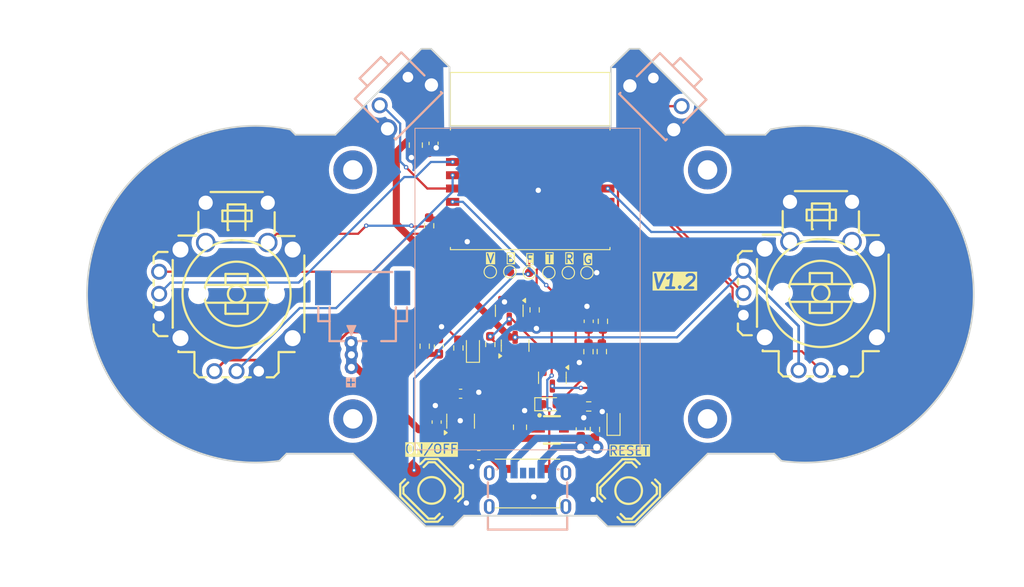
<source format=kicad_pcb>
(kicad_pcb (version 20240108) (generator "pcbnew") (generator_version "8.0")
  (layers (0 "F.Cu" signal) (31 "B.Cu" signal) (34 "B.Paste" user) (35 "F.Paste" user) (36 "B.SilkS" user "B.Silkscreen") (37 "F.SilkS" user "F.Silkscreen") (38 "B.Mask" user) (39 "F.Mask" user) (44 "Edge.Cuts" user))
  (net 0 "")
  (net 1 "/EN")
  (net 2 "GND")
  (net 3 "+3V3")
  (net 4 "Net-(U1-VCC)")
  (net 5 "+BATT")
  (net 6 "Net-(C6-Pad1)")
  (net 7 "VCC")
  (net 8 "Net-(Q1-G)")
  (net 9 "Net-(D1-K)")
  (net 10 "Net-(D1-A)")
  (net 11 "Net-(D2-K)")
  (net 15 "Net-(U1-PROG)")
  (net 16 "/TXD")
  (net 17 "/RXD")
  (net 18 "/IO9")
  (net 19 "/RGB")
  (net 20 "/POWER_EN")
  (net 21 "/L_U_SW")
  (net 22 "/R_U_SW")
  (net 23 "/ADC1_CH4")
  (net 24 "/ADC2_CH0")
  (net 25 "/ADC1_CH3")
  (net 26 "/ADC1_CH1")
  (net 27 "/ADC1_CH2")
  (net 28 "Net-(U4-IO8)")
  (net 29 "Net-(D4-C)")
  (net 30 "/KEY")
  (net 31 "/R_BUTTON")
  (net 32 "Net-(D5-K)")
  (footprint "LED_SMD:LED_WS2812B_PLCC4_5.0x5.0mm_P3.2mm" (layer "F.Cu") (at 123 102.3)
    (property "Reference" "D3" (hide yes))
    (property "Value" "WS2812B")
  )
  (footprint "Capacitor_SMD:C_0603_1608Metric_Pad1.08x0.95mm_HandSolder" (layer "F.Cu") (at 129 96.15 90)
    (property "Reference" "C4" (hide yes))
    (property "Value" "1u" (hide yes))
  )
  (footprint "Package_TO_SOT_SMD:SOT-23-5" (layer "F.Cu") (at 115.45 95.2625 90)
    (property "Reference" "U3" (hide yes))
    (property "Value" "XC6220B331MR")
  )
  (footprint "MountingHole:MountingHole_2.2mm_M2_Pad" (layer "F.Cu") (at 103.3 95)
    (property "Reference" "H1" (hide yes))
    (property "Value" "MountingHole" (hide yes))
  )
  (footprint "Package_TO_SOT_SMD:SOT-23" (layer "F.Cu") (at 120.9375 82.8 -90)
    (property "Reference" "Q2" (hide yes))
    (property "Value" "AllPower__AP2300")
  )
  (footprint "Capacitor_SMD:C_0603_1608Metric_Pad1.08x0.95mm_HandSolder" (layer "F.Cu") (at 112.75 95.3625 90)
    (property "Reference" "C7" (hide yes))
    (property "Value" "1u")
  )
  (footprint "espController:SW-TH_RKJXV1224005" (layer "F.Cu") (at 88.978 80.111 180)
    (property "Reference" "SW2" (hide yes))
    (property "Value" "RKJXV1224005")
  )
  (footprint "Resistor_SMD:R_0603_1608Metric_Pad0.98x0.95mm_HandSolder" (layer "F.Cu") (at 111.4 86.8 90)
    (property "Reference" "R1" (hide yes))
    (property "Value" "10k")
  )
  (footprint "Resistor_SMD:R_0603_1608Metric_Pad0.98x0.95mm_HandSolder" (layer "F.Cu") (at 115.2 87 90)
    (property "Reference" "R10" (hide yes))
    (property "Value" "5k")
  )
  (footprint "Resistor_SMD:R_0603_1608Metric_Pad0.98x0.95mm_HandSolder" (layer "F.Cu") (at 130.6 96.2 90)
    (property "Reference" "R3" (hide yes))
    (property "Value" "1k" (hide yes))
  )
  (footprint "Resistor_SMD:R_0603_1608Metric_Pad0.98x0.95mm_HandSolder" (layer "F.Cu") (at 129.87 87.4175 90)
    (property "Reference" "R6" (hide yes))
    (property "Value" "3m")
  )
  (footprint "Resistor_SMD:R_0603_1608Metric_Pad0.98x0.95mm_HandSolder" (layer "F.Cu") (at 118.8 86.6 90)
    (property "Reference" "R8" (hide yes))
    (property "Value" "33k")
  )
  (footprint "LED_SMD:LED_0603_1608Metric_Pad1.05x0.95mm_HandSolder" (layer "F.Cu") (at 132.7 95.2 90)
    (property "Reference" "D2" (hide yes))
    (property "Value" "BLUE" (hide yes))
  )
  (footprint "TestPoint:TestPoint_Pad_D1.0mm" (layer "F.Cu") (at 123.2 78.5 -90)
    (property "Reference" "TP4" (hide yes))
    (property "Value" "TestPoint")
  )
  (footprint "Capacitor_SMD:C_0805_2012Metric_Pad1.18x1.45mm_HandSolder" (layer "F.Cu") (at 110.4 64.1 -90)
    (property "Reference" "C2" (hide yes))
    (property "Value" "10u")
  )
  (footprint "Capacitor_SMD:C_0603_1608Metric_Pad1.08x0.95mm_HandSolder" (layer "F.Cu") (at 129.9 83.9875 90)
    (property "Reference" "C6" (hide yes))
    (property "Value" "100n")
  )
  (footprint "Capacitor_SMD:C_0603_1608Metric_Pad1.08x0.95mm_HandSolder" (layer "F.Cu") (at 113 86.8 90)
    (property "Reference" "C1" (hide yes))
    (property "Value" "100n")
  )
  (footprint "MountingHole:MountingHole_2.2mm_M2_Pad" (layer "F.Cu") (at 143.3 95)
    (property "Reference" "H3" (hide yes))
    (property "Value" "MountingHole" (hide yes))
  )
  (footprint "TestPoint:TestPoint_Pad_D1.0mm" (layer "F.Cu") (at 118.8 78.4 -90)
    (property "Reference" "TP1" (hide yes))
    (property "Value" "TestPoint")
  )
  (footprint "LED_SMD:LED_0603_1608Metric_Pad1.05x0.95mm_HandSolder" (layer "F.Cu") (at 116.84 86.9575 90)
    (property "Reference" "D5" (hide yes))
    (property "Value" "GREEN")
  )
  (footprint "MountingHole:MountingHole_2.2mm_M2_Pad" (layer "F.Cu") (at 103.3 66.9)
    (property "Reference" "H4" (hide yes))
    (property "Value" "MountingHole" (hide yes))
  )
  (footprint "Resistor_SMD:R_0603_1608Metric_Pad0.98x0.95mm_HandSolder" (layer "F.Cu") (at 129.9 93.6 180)
    (property "Reference" "R4" (hide yes))
    (property "Value" "1.5k" (hide yes))
  )
  (footprint "espController:SW-SMD_L6.0-W6.0-P6.00-LS6.6" (layer "F.Cu") (at 134.4 103.1 45)
    (property "Reference" "SW5" (hide yes))
    (property "Value" "TS-1199A-B-B")
  )
  (footprint "Package_TO_SOT_SMD:SOT-23" (layer "F.Cu") (at 125.8 90.3625 -90)
    (property "Reference" "D4" (hide yes))
    (property "Value" "BAT54C")
  )
  (footprint "Resistor_SMD:R_0603_1608Metric_Pad0.98x0.95mm_HandSolder" (layer "F.Cu") (at 131.5 83.9875 -90)
    (property "Reference" "R7" (hide yes))
    (property "Value" "1k")
  )
  (footprint "LED_SMD:LED_0603_1608Metric_Pad1.05x0.95mm_HandSolder" (layer "F.Cu") (at 125.475 93.35)
    (property "Reference" "D1" (hide yes))
    (property "Value" "RED" (hide yes))
  )
  (footprint "Package_TO_SOT_SMD:SOT-23" (layer "F.Cu") (at 121.6 86.7375 90)
    (property "Reference" "Q1" (hide yes))
    (property "Value" "AO3401")
  )
  (footprint "espController:ESP32-C3-WROOM-02" (layer "F.Cu") (at 123.3 68.9)
    (property "Reference" "U4" (hide yes))
    (property "Value" "ESP32-C3-WROOM-02-N4")
  )
  (footprint "Capacitor_SMD:C_0603_1608Metric_Pad1.08x0.95mm_HandSolder" (layer "F.Cu") (at 117.5 99.1)
    (property "Reference" "C11" (hide yes))
    (property "Value" "100n")
  )
  (footprint "Resistor_SMD:R_0603_1608Metric_Pad0.98x0.95mm_HandSolder" (layer "F.Cu") (at 131.38 87.409522 -90)
    (property "Reference" "R5" (hide yes))
    (property "Value" "7.5m")
  )
  (footprint "Capacitor_SMD:C_0805_2012Metric_Pad1.18x1.45mm_HandSolder" (layer "F.Cu") (at 122.15 95.95 90)
    (property "Reference" "C5" (hide yes))
    (property "Value" "10u" (hide yes))
  )
  (footprint "espController:SW-TH_RKJXV1224005" (layer "F.Cu") (at 154.878 80.011 180)
    (property "Reference" "SW3" (hide yes))
    (property "Value" "RKJXV1224005")
  )
  (footprint "Resistor_SMD:R_0603_1608Metric_Pad0.98x0.95mm_HandSolder" (layer "F.Cu") (at 111.9 73.2 -90)
    (property "Reference" "R2" (hide yes))
    (property "Value" "10k")
  )
  (footprint "TestPoint:TestPoint_Pad_D1.0mm" (layer "F.Cu") (at 121 78.4 -90)
    (property "Reference" "TP5" (hide yes))
    (property "Value" "TestPoint")
  )
  (footprint "espController:SOT-23-6_L2.9-W1.6-P0.95-LS2.8-BR" (layer "F.Cu") (at 125.75 96.25 180)
    (property "Reference" "U1" (hide yes))
    (property "Value" "TP4059" (hide yes))
  )
  (footprint "Resistor_SMD:R_0603_1608Metric_Pad0.98x0.95mm_HandSolder" (layer "F.Cu") (at 123.8 82.7 90)
    (property "Reference" "R9" (hide yes))
    (property "Value" "33k")
  )
  (footprint "MountingHole:MountingHole_2.2mm_M2_Pad" (layer "F.Cu") (at 143.3 66.9)
    (property "Reference" "H2" (hide yes))
    (property "Value" "MountingHole" (hide yes))
  )
  (footprint "Capacitor_SMD:C_0603_1608Metric_Pad1.08x0.95mm_HandSolder" (layer "F.Cu") (at 115.45 92.1625)
    (property "Reference" "C9" (hide yes))
    (property "Value" "1u")
  )
  (footprint "TestPoint:TestPoint_Pad_D1.0mm" (layer "F.Cu") (at 125.4 78.5 -90)
    (property "Reference" "TP2" (hide yes))
    (property "Value" "TestPoint")
  )
  (footprint "TestPoint:TestPoint_Pad_D1.0mm" (layer "F.Cu") (at 127.6 78.5 -90)
    (property "Reference" "TP3" (hide yes))
    (property "Value" "TestPoint")
  )
  (footprint "TestPoint:TestPoint_Pad_D1.0mm" (layer "F.Cu") (at 129.7 78.5 -90)
    (property "Reference" "TP6" (hide yes))
    (property "Value" "TestPoint")
  )
  (footprint "espController:SW-SMD_L6.0-W6.0-P6.00-LS6.6" (layer "F.Cu") (at 112.17868 103.07868 135)
    (property "Reference" "SW8" (hide yes))
    (property "Value" "TS-1199A-B-B")
  )
  (footprint "Capacitor_SMD:C_0603_1608Metric_Pad1.08x0.95mm_HandSolder" (layer "F.Cu") (at 112.4 63.9 -90)
    (property "Reference" "C3" (hide yes))
    (property "Value" "100n")
  )
  (footprint "espController:SW-TH_TC-1102N-C-AS-B" (layer "B.Cu") (at 108.8 58.9 45)
    (property "Reference" "SW4" (hide yes))
    (property "Value" "TC-1102N-C-AS-B")
  )
  (footprint "bat_rf:USB-C-SMD_HX-TYPE-C-6PIN" (layer "B.Cu") (at 123 103 180)
    (property "Reference" "J1" (hide yes))
    (property "Value" "USB_C_Receptacle_PowerOnly_6P" (hide yes))
  )
  (footprint "espController:SW-TH_TC-1102N-C-AS-B" (layer "B.Cu") (at 137.9 59 -45)
    (property "Reference" "SW6" (hide yes))
    (property "Value" "TC-1102N-C-AS-B")
  )
  (footprint "espController:CONN-SMD_2P-P2.54-XH2.54-WT" (layer "B.Cu") (at 104.4 84)
    (property "Reference" "J2" (hide yes))
    (property "Value" "Bat")
  )
  (gr_rect (start 110.3 62.2) (end 135.7 98.5) (stroke (width 0.1)) (fill none) (layer "B.SilkS"))
  (gr_line (start 135.619887 53.230006) (end 134.519912 53.230006) (stroke (width 0.2)) (layer "Edge.Cuts"))
  (gr_line (start 114.2 62) (end 114.2 55.3) (stroke (width 0.2)) (layer "Edge.Cuts"))
  (gr_line (start 134.519912 53.230006) (end 132.4 55.3) (stroke (width 0.2)) (layer "Edge.Cuts"))
  (gr_line (start 150.414172 62.335823) (end 149.819963 62.930006) (stroke (width 0.2)) (layer "Edge.Cuts"))
  (gr_line (start 112.119861 53.230006) (end 111.019912 53.230006) (stroke (width 0.2)) (layer "Edge.Cuts"))
  (gr_line (start 145.319887 62.930006) (end 135.619887 53.230006) (stroke (width 0.2)) (layer "Edge.Cuts"))
  (gr_line (start 95.011446 99.738421) (end 95.011505 99.738413) (stroke (width 0.2)) (layer "Edge.Cuts"))
  (gr_line (start 114.619938 107.130082) (end 115.819861 105.930006) (stroke (width 0.2)) (layer "Edge.Cuts"))
  (gr_line (start 130.819912 105.930006) (end 132.019963 107.130082) (stroke (width 0.2)) (layer "Edge.Cuts"))
  (gr_arc (start 95.011448 99.738419) (mid 73.32999 80.313514) (end 96.225677 62.335748) (stroke (width 0.2)) (layer "Edge.Cuts"))
  (gr_line (start 150.414222 62.335747) (end 150.414172 62.335823) (stroke (width 0.2)) (layer "Edge.Cuts"))
  (gr_line (start 143.320014 98.930006) (end 150.819963 98.930006) (stroke (width 0.2)) (layer "Edge.Cuts"))
  (gr_line (start 114.2 55.3) (end 112.119861 53.230006) (stroke (width 0.2)) (layer "Edge.Cuts"))
  (gr_line (start 115.819861 105.930006) (end 123.319963 105.930006) (stroke (width 0.2)) (layer "Edge.Cuts"))
  (gr_line (start 132.019963 107.130082) (end 135.119938 107.130082) (stroke (width 0.2)) (layer "Edge.Cuts"))
  (gr_line (start 95.011429 99.738439) (end 95.011446 99.738421) (stroke (width 0.2)) (layer "Edge.Cuts"))
  (gr_line (start 123.319963 105.930006) (end 130.819912 105.930006) (stroke (width 0.2)) (layer "Edge.Cuts"))
  (gr_line (start 149.819963 62.930006) (end 145.319887 62.930006) (stroke (width 0.2)) (layer "Edge.Cuts"))
  (gr_line (start 111.519836 107.130082) (end 114.619938 107.130082) (stroke (width 0.2)) (layer "Edge.Cuts"))
  (gr_line (start 95.819811 98.930006) (end 103.319887 98.930006) (stroke (width 0.2)) (layer "Edge.Cuts"))
  (gr_line (start 150.819963 98.930006) (end 151.628336 99.738405) (stroke (width 0.2)) (layer "Edge.Cuts"))
  (gr_line (start 96.819811 62.930006) (end 96.225627 62.335823) (stroke (width 0.2)) (layer "Edge.Cuts"))
  (gr_arc (start 150.414222 62.335747) (mid 173.310074 80.313567) (end 151.628336 99.738405) (stroke (width 0.2)) (layer "Edge.Cuts"))
  (gr_line (start 103.319887 98.930006) (end 111.519836 107.130082) (stroke (width 0.2)) (layer "Edge.Cuts"))
  (gr_line (start 135.119938 107.130082) (end 143.320014 98.930006) (stroke (width 0.2)) (layer "Edge.Cuts"))
  (gr_line (start 96.225627 62.335823) (end 96.225677 62.335748) (stroke (width 0.2)) (layer "Edge.Cuts"))
  (gr_line (start 132.4 62) (end 114.2 62) (stroke (width 0.2)) (layer "Edge.Cuts"))
  (gr_line (start 95.011505 99.738413) (end 95.011429 99.738439) (stroke (width 0.2)) (layer "Edge.Cuts"))
  (gr_line (start 111.019912 53.230006) (end 101.319887 62.930006) (stroke (width 0.2)) (layer "Edge.Cuts"))
  (gr_line (start 101.319887 62.930006) (end 96.819811 62.930006) (stroke (width 0.2)) (layer "Edge.Cuts"))
  (gr_line (start 95.011448 99.738419) (end 95.819811 98.930006) (stroke (width 0.2)) (layer "Edge.Cuts"))
  (gr_line (start 132.4 55.3) (end 132.4 62) (stroke (width 0.2)) (layer "Edge.Cuts"))
  (gr_text "+" (at 103.8 91.4 -0) (layer "B.SilkS" knockout) (effects (font (size 1 1)) (justify left bottom mirror)))
  (gr_text "V1.2" (at 136.9 80.4 0) (layer "F.SilkS" knockout) (effects (font (size 1.5 1.5) (thickness 0.3) (bold yes) (italic yes)) (justify left bottom)))
  (gr_text "V" (at 118.3 77.5 0) (layer "F.SilkS" knockout) (effects (font (size 1 1)) (justify left bottom)))
  (gr_text "ON/OFF" (at 109.1 99 0) (layer "F.SilkS" knockout) (effects (font (size 1 1)) (justify left bottom)))
  (gr_text "T" (at 125 77.5 0) (layer "F.SilkS" knockout) (effects (font (size 1 1)) (justify left bottom)))
  (gr_text "E" (at 122.7 77.6 0) (layer "F.SilkS" knockout) (effects (font (size 1 1)) (justify left bottom)))
  (gr_text "B" (at 120.5 77.5 0) (layer "F.SilkS" knockout) (effects (font (size 1 1)) (justify left bottom)))
  (gr_text "RESET" (at 132.1 99.2 0) (layer "F.SilkS" knockout) (effects (font (size 1 1)) (justify left bottom)))
  (gr_text "R" (at 127.1 77.5 0) (layer "F.SilkS" knockout) (effects (font (size 1 1)) (justify left bottom)))
  (gr_text "G" (at 129.2 77.6 0) (layer "F.SilkS" knockout) (effects (font (size 1 1)) (justify left bottom)))
  (segment (start 112.95 87.7125) (end 113 87.6625) (width 0.6) (layer "F.Cu") (net 1))
  (segment (start 114.9 64.5) (end 114.55 64.5) (width 0.25) (layer "F.Cu") (net 1))
  (segment (start 110.05736 100.95736) (end 110.05736 100.94264) (width 0.25) (layer "F.Cu") (net 1))
  (segment (start 123.2 72.8) (end 114.9 64.5) (width 0.25) (layer "F.Cu") (net 1))
  (segment (start 111.4 87.7125) (end 112.95 87.7125) (width 0.6) (layer "F.Cu") (net 1))
  (segment (start 123.2 78.5) (end 123.2 72.8) (width 0.25) (layer "F.Cu") (net 1))
  (segment (start 110.05736 100.94264) (end 110.2 100.8) (width 0.25) (layer "F.Cu") (net 1))
  (via blind (at 110.2 100.8) (size 0.5) (drill 0.25) (layers "F.Cu" "B.Cu") (net 1))
  (via blind (at 123.043413 78.656587) (size 0.5) (drill 0.25) (layers "F.Cu" "B.Cu") (net 1))
  (via blind (at 113 87.6625) (size 0.5) (drill 0.25) (layers "F.Cu" "B.Cu") (net 1))
  (segment (start 113 87.6625) (end 113 87.3) (width 0.25) (layer "B.Cu") (net 1))
  (segment (start 121.643413 78.656587) (end 123.043413 78.656587) (width 0.25) (layer "B.Cu") (net 1))
  (segment (start 113 87.3) (end 121.643413 78.656587) (width 0.25) (layer "B.Cu") (net 1))
  (segment (start 110.2 90.4625) (end 113 87.6625) (width 0.25) (layer "B.Cu") (net 1))
  (segment (start 110.2 100.8) (end 110.2 90.4625) (width 0.25) (layer "B.Cu") (net 1))
  (segment (start 115.45 96.4) (end 115.45 95.247786) (width 0.6) (layer "F.Cu") (net 2))
  (segment (start 112.4 64.7625) (end 110.775 64.7625) (width 0.6) (layer "F.Cu") (net 2))
  (segment (start 114.55 75) (end 116.2 75) (width 0.6) (layer "F.Cu") (net 2))
  (segment (start 125.36 68.1) (end 125.31 68.1) (width 0.6) (layer "F.Cu") (net 2))
  (segment (start 122.15 94.588048) (end 122.15 94.9125) (width 0.6) (layer "F.Cu") (net 2))
  (segment (start 125.36 68.1) (end 124.26 68.1) (width 0.6) (layer "F.Cu") (net 2))
  (segment (start 129.153148 88.33) (end 129.87 88.33) (width 0.6) (layer "F.Cu") (net 2))
  (segment (start 110.775 64.7625) (end 110.4 65.1375) (width 0.6) (layer "F.Cu") (net 2))
  (segment (start 112.75 94.5) (end 112.75 93.65) (width 0.6) (layer "F.Cu") (net 2))
  (segment (start 120.3375 81.8625) (end 120.4 81.8) (width 0.6) (layer "F.Cu") (net 2))
  (segment (start 114.3 105.2) (end 115.4 105.2) (width 0.6) (layer "F.Cu") (net 2))
  (segment (start 116.6375 100.3375) (end 116.7 100.4) (width 0.6) (layer "F.Cu") (net 2))
  (segment (start 130.8 78.5) (end 129.7 78.5) (width 0.6) (layer "F.Cu") (net 2))
  (segment (start 115.45 95.247786) (end 115.410677 95.208463) (width 0.6) (layer "F.Cu") (net 2))
  (segment (start 116.3125 92.1625) (end 117.3375 92.1625) (width 0.6) (layer "F.Cu") (net 2))
  (segment (start 113.7125 84.6) (end 113.3 84.6) (width 0.25) (layer "F.Cu") (net 2))
  (segment (start 125.36 70.3) (end 123.16 70.3) (width 0.6) (layer "F.Cu") (net 2))
  (segment (start 125.36 70.3) (end 125.36 68.1) (width 0.6) (layer "F.Cu") (net 2))
  (segment (start 113 85.9375) (end 113 84.9) (width 0.6) (layer "F.Cu") (net 2))
  (segment (start 112.4 65.0625) (end 111.075 65.0625) (width 0.6) (layer "F.Cu") (net 2))
  (segment (start 112.75 93.65) (end 112.6 93.5) (width 0.6) (layer "F.Cu") (net 2))
  (segment (start 123.85 103.95) (end 123.7 103.8) (width 0.6) (layer "F.Cu") (net 2))
  (segment (start 113 84.9) (end 113.3 84.6) (width 0.6) (layer "F.Cu") (net 2))
  (segment (start 115.2 86.0875) (end 113.7125 84.6) (width 0.25) (layer "F.Cu") (net 2))
  (segment (start 131.425001 94.182264) (end 131.394764 94.182264) (width 0.6) (layer "F.Cu") (net 2))
  (segment (start 123.8 83.6125) (end 123.8 84.6) (width 0.6) (layer "F.Cu") (net 2))
  (segment (start 122.669024 94.069024) (end 122.15 94.588048) (width 0.6) (layer "F.Cu") (net 2))
  (segment (start 116.6375 99.1) (end 116.6375 100.3375) (width 0.6) (layer "F.Cu") (net 2))
  (segment (start 112.4 64.7625) (end 112.4 64.7) (width 0.6) (layer "F.Cu") (net 2))
  (segment (start 129.337851 94.949649) (end 129 95.2875) (width 0.6) (layer "F.Cu") (net 2))
  (segment (start 123.5 96.25) (end 124.4 96.25) (width 0.6) (layer "F.Cu") (net 2))
  (segment (start 115.4 105.2) (end 116.1 104.5) (width 0.6) (layer "F.Cu") (net 2))
  (segment (start 124.26 68.1) (end 123.16 69.2) (width 0.6) (layer "F.Cu") (net 2))
  (segment (start 119.9875 81.8625) (end 120.3375 81.8625) (width 0.6) (layer "F.Cu") (net 2))
  (segment (start 122.669024 95.419024) (end 123.5 96.25) (width 0.6) (layer "F.Cu") (net 2))
  (segment (start 129.337851 94.87129) (end 129.337851 94.949649) (width 0.6) (layer "F.Cu") (net 2))
  (segment (start 125.45 103.95) (end 123.85 103.95) (width 0.6) (layer "F.Cu") (net 2))
  (segment (start 128.841574 88.641574) (end 129.153148 88.33) (width 0.6) (layer "F.Cu") (net 2))
  (segment (start 125.36 68.1) (end 123.16 68.1) (width 0.6) (layer "F.Cu") (net 2))
  (segment (start 125.31 68.1) (end 124.21 69.2) (width 0.6) (layer "F.Cu") (net 2))
  (segment (start 117.3375 92.1625) (end 117.5 92) (width 0.6) (layer "F.Cu") (net 2))
  (segment (start 112.4 64.7) (end 112.7 64.4) (width 0.6) (layer "F.Cu") (net 2))
  (segment (start 122.669024 94.069024) (end 122.669024 95.419024) (width 0.6) (layer "F.Cu") (net 2))
  (segment (start 131.394764 94.182264) (end 130.8125 93.6) (width 0.6) (layer "F.Cu") (net 2))
  (segment (start 131.52132 105.22132) (end 130.4 104.1) (width 0.6) (layer "F.Cu") (net 2))
  (segment (start 132.27868 105.22132) (end 131.52132 105.22132) (width 0.6) (layer "F.Cu") (net 2))
  (segment (start 111.9625 65.1375) (end 112.7 64.4) (width 0.6) (layer "F.Cu") (net 2))
  (segment (start 129.7 82.3) (end 129.9 82.5) (width 0.6) (layer "F.Cu") (net 2))
  (segment (start 123.8 84.6) (end 124 84.8) (width 0.6) (layer "F.Cu") (net 2))
  (segment (start 110.4 65.1375) (end 111.9625 65.1375) (width 0.6) (layer "F.Cu") (net 2))
  (segment (start 129.9 82.5) (end 129.9 83.125) (width 0.6) (layer "F.Cu") (net 2))
  (via blind (at 112.7 64.4) (size 1.2) (drill 0.6) (layers "F.Cu" "B.Cu") (net 2))
  (via blind (at 122.669024 94.069024) (size 1.2) (drill 0.6) (layers "F.Cu" "B.Cu") (net 2))
  (via (at 116.2 75) (size 1.2) (drill 0.6) (layers "F.Cu" "B.Cu") (net 2))
  (via (at 117.5 92) (size 1.2) (drill 0.6) (layers "F.Cu" "B.Cu") (net 2))
  (via blind (at 109.9 65.5) (size 1.2) (drill 0.6) (layers "F.Cu" "B.Cu") (net 2))
  (via (at 115.410677 95.208463) (size 1.2) (drill 0.6) (layers "F.Cu" "B.Cu") (net 2))
  (via (at 130.4 104.1) (size 1.2) (drill 0.6) (layers "F.Cu" "B.Cu") (net 2))
  (via blind (at 128.841574 88.641574) (size 1.2) (drill 0.6) (layers "F.Cu" "B.Cu") (net 2))
  (via (at 124 84.8) (size 1.2) (drill 0.6) (layers "F.Cu" "B.Cu") (net 2))
  (via blind (at 129.7 82.3) (size 1.2) (drill 0.6) (layers "F.Cu" "B.Cu") (net 2))
  (via blind (at 131.425001 94.182264) (size 1.2) (drill 0.6) (layers "F.Cu" "B.Cu") (net 2))
  (via (at 116.1 104.5) (size 1.2) (drill 0.6) (layers "F.Cu" "B.Cu") (net 2))
  (via (at 123.7 103.8) (size 1.2) (drill 0.6) (layers "F.Cu" "B.Cu") (net 2))
  (via (at 116.7 100.4) (size 1.2) (drill 0.6) (layers "F.Cu" "B.Cu") (net 2))
  (via (at 113.3 84.6) (size 1.2) (drill 0.6) (layers "F.Cu" "B.Cu") (net 2))
  (via blind (at 124.21 69.2) (size 1.2) (drill 0.6) (layers "F.Cu" "B.Cu") (net 2))
  (via blind (at 120.4 81.8) (size 1.2) (drill 0.6) (layers "F.Cu" "B.Cu") (net 2))
  (via (at 112.6 93.5) (size 1.2) (drill 0.6) (layers "F.Cu" "B.Cu") (net 2))
  (via blind (at 130.8 78.5) (size 1.2) (drill 0.6) (layers "F.Cu" "B.Cu") (net 2))
  (via blind (at 129.337851 94.87129) (size 1.2) (drill 0.6) (layers "F.Cu" "B.Cu") (net 2))
  (segment (start 114.5875 92.1625) (end 114.5875 94.0375) (width 0.8) (layer "F.Cu") (net 3))
  (segment (start 122.0125 88.2125) (end 120.3675 89.8575) (width 0.8) (layer "F.Cu") (net 3))
  (segment (start 118.8 87.5125) (end 119.075 87.7875) (width 0.25) (layer "F.Cu") (net 3))
  (segment (start 114.5875 92.1125) (end 114.5875 92.1625) (width 0.8) (layer "F.Cu") (net 3))
  (segment (start 114.5875 94.0375) (end 114.5 94.125) (width 0.8) (layer "F.Cu") (net 3))
  (segment (start 120.3675 89.8575) (end 118.8 88.29) (width 0.8) (layer "F.Cu") (net 3))
  (segment (start 122.0125 88.2125) (end 122.55 87.675) (width 0.8) (layer "F.Cu") (net 3))
  (segment (start 116.8425 89.8575) (end 114.5875 92.1125) (width 0.8) (layer "F.Cu") (net 3))
  (segment (start 120.3675 89.8575) (end 116.8425 89.8575) (width 0.8) (layer "F.Cu") (net 3))
  (segment (start 118.8 88.29) (end 118.8 87.5125) (width 0.8) (layer "F.Cu") (net 3))
  (segment (start 129.8 97.4) (end 129 98.2) (width 0.8) (layer "F.Cu") (net 4))
  (segment (start 127.1 97.2) (end 130.3375 97.2) (width 0.8) (layer "F.Cu") (net 4))
  (segment (start 129.8 97.2) (end 129.8 97.4) (width 0.8) (layer "F.Cu") (net 4))
  (segment (start 130.3375 97.2) (end 130.475 97.0625) (width 0.8) (layer "F.Cu") (net 4))
  (segment (start 129.8 97.2) (end 127.1 97.2) (width 0.8) (layer "F.Cu") (net 4))
  (segment (start 130.8 98.2) (end 129.8 97.2) (width 0.8) (layer "F.Cu") (net 4))
  (via blind (at 130.8 98.2) (size 1.5) (drill 0.8) (layers "F.Cu" "B.Cu") (net 4))
  (via blind (at 129 98.2) (size 1.5) (drill 0.8) (layers "F.Cu" "B.Cu") (net 4))
  (segment (start 130.8 98.2) (end 129.797641 97.197641) (width 0.8) (layer "B.Cu") (net 4))
  (segment (start 121.48 99.72) (end 121.48 101.12) (width 0.8) (layer "B.Cu") (net 4))
  (segment (start 124.52 99.88) (end 124.52 101.12) (width 0.8) (layer "B.Cu") (net 4))
  (segment (start 124.002359 97.197641) (end 121.48 99.72) (width 0.8) (layer "B.Cu") (net 4))
  (segment (start 126.2 98.2) (end 124.52 99.88) (width 0.8) (layer "B.Cu") (net 4))
  (segment (start 129.797641 97.197641) (end 124.002359 97.197641) (width 0.8) (layer "B.Cu") (net 4))
  (segment (start 130.8 98.2) (end 126.2 98.2) (width 0.8) (layer "B.Cu") (net 4))
  (segment (start 131.38 88.322022) (end 127.352022 92.35) (width 0.25) (layer "F.Cu") (net 5))
  (segment (start 119.5 97.625) (end 121.5125 97.625) (width 0.8) (layer "F.Cu") (net 5))
  (segment (start 127.352022 92.35) (end 127.2 92.35) (width 0.25) (layer "F.Cu") (net 5))
  (segment (start 108.104507 93.595493) (end 110.204507 95.695493) (width 0.8) (layer "F.Cu") (net 5))
  (segment (start 103.1 86.4) (end 103.1 88.590986) (width 0.8) (layer "F.Cu") (net 5))
  (segment (start 114.5 97.177316) (end 114.5 96.4) (width 0.8) (layer "F.Cu") (net 5))
  (segment (start 119.4625 97.6625) (end 116.3 97.6625) (width 0.8) (layer "F.Cu") (net 5))
  (segment (start 121.091574 94.338326) (end 121.091574 95.808426) (width 0.25) (layer "F.Cu") (net 5))
  (segment (start 110.734014 96.225) (end 112.75 96.225) (width 0.8) (layer "F.Cu") (net 5))
  (segment (start 116.4 97.5625) (end 116.3 97.6625) (width 0.25) (layer "F.Cu") (net 5))
  (segment (start 122.15 96.866852) (end 122.15 96.9875) (width 0.25) (layer "F.Cu") (net 5))
  (segment (start 122.8799 92.55) (end 121.091574 94.338326) (width 0.25) (layer "F.Cu") (net 5))
  (segment (start 118.3625 97.7) (end 118.2875 97.625) (width 0.3) (layer "F.Cu") (net 5))
  (segment (start 114.985184 97.6625) (end 114.5 97.177316) (width 0.8) (layer "F.Cu") (net 5))
  (segment (start 127.2 92.35) (end 126.15 92.35) (width 0.25) (layer "F.Cu") (net 5))
  (segment (start 120.55 100.65) (end 119.9125 100.65) (width 0.3) (layer "F.Cu") (net 5))
  (segment (start 119.5 97.625) (end 119.4625 97.6625) (width 0.8) (layer "F.Cu") (net 5))
  (segment (start 126.15 92.35) (end 125.95 92.55) (width 0.25) (layer "F.Cu") (net 5))
  (segment (start 118.3625 99.1) (end 118.3625 97.7) (width 0.3) (layer "F.Cu") (net 5))
  (segment (start 125.963408 92.55) (end 122.8799 92.55) (width 0.25) (layer "F.Cu") (net 5))
  (segment (start 116.4 96.4) (end 116.4 97.5625) (width 0.25) (layer "F.Cu") (net 5))
  (segment (start 127.2 92.35) (end 126.163408 92.35) (width 0.25) (layer "F.Cu") (net 5))
  (segment (start 122.3625 97.2) (end 124.4 97.2) (width 0.8) (layer "F.Cu") (net 5))
  (segment (start 121.091574 95.808426) (end 122.15 96.866852) (width 0.25) (layer "F.Cu") (net 5))
  (segment (start 121.5125 97.625) (end 122.15 96.9875) (width 0.8) (layer "F.Cu") (net 5))
  (segment (start 103.1 88.590986) (end 108.104507 93.595493) (width 0.8) (layer "F.Cu") (net 5))
  (segment (start 114.325 96.225) (end 114.5 96.4) (width 0.8) (layer "F.Cu") (net 5))
  (segment (start 119.9125 100.65) (end 118.3625 99.1) (width 0.3) (layer "F.Cu") (net 5))
  (segment (start 122.15 96.9875) (end 122.3625 97.2) (width 0.8) (layer "F.Cu") (net 5))
  (segment (start 116.3 97.6625) (end 114.985184 97.6625) (width 0.8) (layer "F.Cu") (net 5))
  (segment (start 126.163408 92.35) (end 125.963408 92.55) (width 0.25) (layer "F.Cu") (net 5))
  (segment (start 118.2875 97.625) (end 119.5 97.625) (width 0.8) (layer "F.Cu") (net 5))
  (segment (start 110.204507 95.695493) (end 110.734014 96.225) (width 0.8) (layer "F.Cu") (net 5))
  (segment (start 112.75 96.225) (end 114.325 96.225) (width 0.8) (layer "F.Cu") (net 5))
  (via blind (at 103.1 86.4) (size 1.5) (drill 0.8) (layers "F.Cu" "B.Cu") (net 5))
  (via blind (at 103.13 89.2) (size 1.5) (drill 0.8) (layers "F.Cu" "B.Cu") (net 5))
  (via blind (at 103.13 87.775) (size 1.5) (drill 0.8) (layers "F.Cu" "B.Cu") (net 5))
  (segment (start 103.13 86.43) (end 103.1 86.4) (width 0.8) (layer "B.Cu") (net 5))
  (segment (start 103.13 87.775) (end 103.13 86.43) (width 0.8) (layer "B.Cu") (net 5))
  (segment (start 129.9 86.475) (end 129.87 86.505) (width 0.25) (layer "F.Cu") (net 6))
  (segment (start 129.87 86.505) (end 131.372022 86.505) (width 0.25) (layer "F.Cu") (net 6))
  (segment (start 129.9 84.85) (end 129.9 86.475) (width 0.25) (layer "F.Cu") (net 6))
  (segment (start 131.5 86.377022) (end 131.38 86.497022) (width 0.25) (layer "F.Cu") (net 6))
  (segment (start 131.5 84.9) (end 131.5 86.377022) (width 0.25) (layer "F.Cu") (net 6))
  (segment (start 129.95 84.9) (end 129.9 84.85) (width 0.25) (layer "F.Cu") (net 6))
  (segment (start 131.372022 86.505) (end 131.38 86.497022) (width 0.25) (layer "F.Cu") (net 6))
  (segment (start 131.5 84.9) (end 129.95 84.9) (width 0.25) (layer "F.Cu") (net 6))
  (segment (start 121.6 85.8) (end 121.5625 85.7625) (width 0.8) (layer "F.Cu") (net 7))
  (segment (start 99.572365 88.372) (end 102.744365 85.2) (width 0.3) (layer "F.Cu") (net 7))
  (segment (start 121.5625 85.7625) (end 120.9625 85.7625) (width 0.8) (layer "F.Cu") (net 7))
  (segment (start 110.1 63) (end 114.55 63) (width 0.6) (layer "F.Cu") (net 7))
  (segment (start 116.84 85.46) (end 118.75 83.55) (width 0.25) (layer "F.Cu") (net 7))
  (segment (start 88.931 88.372) (end 99.572365 88.372) (width 0.3) (layer "F.Cu") (net 7))
  (segment (start 111.4 85.191852) (end 115.591852 81) (width 0.25) (layer "F.Cu") (net 7))
  (segment (start 108.2 73) (end 108.2 64.9) (width 0.8) (layer "F.Cu") (net 7))
  (segment (start 114.55 63) (end 110.4625 63) (width 0.6) (layer "F.Cu") (net 7))
  (segment (start 111.4 85.8875) (end 111.4 85.191852) (width 0.25) (layer "F.Cu") (net 7))
  (segment (start 116.84 86.0825) (end 116.84 85.46) (width 0.25) (layer "F.Cu") (net 7))
  (segment (start 110.7125 85.2) (end 111.4 85.8875) (width 0.3) (layer "F.Cu") (net 7))
  (segment (start 81.451 78.392) (end 105.533 78.392) (width 0.25) (layer "F.Cu") (net 7))
  (segment (start 102.744365 85.2) (end 110.7125 85.2) (width 0.3) (layer "F.Cu") (net 7))
  (segment (start 118.75 83.55) (end 116.2 81) (width 0.8) (layer "F.Cu") (net 7))
  (segment (start 108.2 64.9) (end 109.15 63.95) (width 0.8) (layer "F.Cu") (net 7))
  (segment (start 116.2 81) (end 108.2 73) (width 0.8) (layer "F.Cu") (net 7))
  (segment (start 110.4625 63) (end 110.4 63.0625) (width 0.6) (layer "F.Cu") (net 7))
  (segment (start 109.15 63.95) (end 110.1 63) (width 0.6) (layer "F.Cu") (net 7))
  (segment (start 120.9625 85.7625) (end 118.75 83.55) (width 0.8) (layer "F.Cu") (net 7))
  (segment (start 111.4 85.8875) (end 111.4 85.156497) (width 0.3) (layer "F.Cu") (net 7))
  (segment (start 118.8 78.4) (end 116.2 81) (width 0.25) (layer "F.Cu") (net 7))
  (segment (start 87.681 89.622) (end 88.931 88.372) (width 0.3) (layer "F.Cu") (net 7))
  (segment (start 109.8125 74.1125) (end 111.9 74.1125) (width 0.25) (layer "F.Cu") (net 7))
  (segment (start 115.591852 81) (end 116.2 81) (width 0.25) (layer "F.Cu") (net 7))
  (segment (start 109.15 63.95) (end 109.4375 63.6625) (width 0.8) (layer "F.Cu") (net 7))
  (segment (start 105.533 78.392) (end 109.8125 74.1125) (width 0.25) (layer "F.Cu") (net 7))
  (via (at 121.6 85.8) (size 0.6) (drill 0.3) (layers "F.Cu" "B.Cu") (net 7))
  (segment (start 121.6 85.8) (end 139.843 85.8) (width 0.25) (layer "B.Cu") (net 7))
  (segment (start 153.581 84.522) (end 147.351 78.292) (width 0.3) (layer "B.Cu") (net 7))
  (segment (start 139.843 85.8) (end 147.351 78.292) (width 0.25) (layer "B.Cu") (net 7))
  (segment (start 153.581 89.522) (end 153.581 84.522) (width 0.3) (layer "B.Cu") (net 7))
  (segment (start 118.8 85.6875) (end 118.8 85.825) (width 0.25) (layer "F.Cu") (net 8))
  (segment (start 124.85 87.350001) (end 124.85 89.425) (width 0.25) (layer "F.Cu") (net 8))
  (segment (start 120.9375 83.7375) (end 121.237499 83.7375) (width 0.25) (layer "F.Cu") (net 8))
  (segment (start 118.8 85.825) (end 120.65 87.675) (width 0.25) (layer "F.Cu") (net 8))
  (segment (start 121.237499 83.7375) (end 124.85 87.350001) (width 0.25) (layer "F.Cu") (net 8))
  (via blind (at 118.8 85.6875) (size 0.6) (drill 0.3) (layers "F.Cu" "B.Cu") (net 8))
  (via blind (at 120.9375 83.7375) (size 0.6) (drill 0.3) (layers "F.Cu" "B.Cu") (net 8))
  (segment (start 118.9875 85.6875) (end 118.8 85.6875) (width 0.25) (layer "B.Cu") (net 8))
  (segment (start 120.9375 83.7375) (end 118.9875 85.6875) (width 0.25) (layer "B.Cu") (net 8))
  (segment (start 124.6 95.1) (end 124.4 95.3) (width 0.25) (layer "F.Cu") (net 9))
  (segment (start 124.6 93.35) (end 124.6 95.1) (width 0.25) (layer "F.Cu") (net 9))
  (segment (start 132.7 94.325) (end 132.7 93.8) (width 0.25) (layer "F.Cu") (net 10))
  (segment (start 132.7 93.8) (end 131.7 92.8) (width 0.25) (layer "F.Cu") (net 10))
  (segment (start 130.6 95.2875) (end 131.7375 95.2875) (width 0.25) (layer "F.Cu") (net 10))
  (segment (start 131.7 92.8) (end 126.9 92.8) (width 0.25) (layer "F.Cu") (net 10))
  (segment (start 126.9 92.8) (end 126.35 93.35) (width 0.25) (layer "F.Cu") (net 10))
  (segment (start 131.7375 95.2875) (end 132.7 94.325) (width 0.25) (layer "F.Cu") (net 10))
  (segment (start 127.2 96.15) (end 127.1 96.25) (width 0.25) (layer "F.Cu") (net 11))
  (segment (start 132.625 96.15) (end 127.2 96.15) (width 0.25) (layer "F.Cu") (net 11))
  (segment (start 132.7 96.075) (end 132.625 96.15) (width 0.25) (layer "F.Cu") (net 11))
  (segment (start 128.8 93.6) (end 127.1 95.3) (width 0.8) (layer "F.Cu") (net 15))
  (segment (start 128.9875 93.6) (end 128.8 93.6) (width 0.8) (layer "F.Cu") (net 15))
  (segment (start 125.4 77.792894) (end 131.192894 72) (width 0.25) (layer "F.Cu") (net 16))
  (segment (start 131.192894 72) (end 132.05 72) (width 0.25) (layer "F.Cu") (net 16))
  (segment (start 125.4 78.5) (end 125.4 77.792894) (width 0.25) (layer "F.Cu") (net 16))
  (segment (start 127.7 77.55) (end 131.75 73.5) (width 0.25) (layer "F.Cu") (net 17))
  (segment (start 127.6 78.5) (end 127.7 78.4) (width 0.25) (layer "F.Cu") (net 17))
  (segment (start 131.75 73.5) (end 132.05 73.5) (width 0.25) (layer "F.Cu") (net 17))
  (segment (start 127.7 78.4) (end 127.7 77.55) (width 0.25) (layer "F.Cu") (net 17))
  (segment (start 109.893413 73.193413) (end 110 73.3) (width 0.25) (layer "F.Cu") (net 18))
  (segment (start 94.693413 74.106587) (end 93.7 75.1) (width 0.25) (layer "F.Cu") (net 18))
  (segment (start 116.1 73.5) (end 114.55 73.5) (width 0.25) (layer "F.Cu") (net 18))
  (segment (start 104.8 73.2) (end 103.893413 74.106587) (width 0.25) (layer "F.Cu") (net 18))
  (segment (start 103.893413 74.106587) (end 94.693413 74.106587) (width 0.25) (layer "F.Cu") (net 18))
  (segment (start 110 73.3) (end 114.35 73.3) (width 0.25) (layer "F.Cu") (net 18))
  (segment (start 121 78.4) (end 116.1 73.5) (width 0.25) (layer "F.Cu") (net 18))
  (segment (start 114.35 73.3) (end 114.55 73.5) (width 0.25) (layer "F.Cu") (net 18))
  (via (at 109.893413 73.193413) (size 0.5) (drill 0.25) (layers "F.Cu" "B.Cu") (net 18))
  (via (at 104.8 73.2) (size 0.5) (drill 0.25) (layers "F.Cu" "B.Cu") (net 18))
  (segment (start 104.8 73.2) (end 109.886826 73.2) (width 0.25) (layer "B.Cu") (net 18))
  (segment (start 86.7 75.1) (end 93.7 75.1) (width 0.25) (layer "B.Cu") (net 18))
  (segment (start 109.886826 73.2) (end 109.893413 73.193413) (width 0.25) (layer "B.Cu") (net 18))
  (segment (start 125.1 79.9) (end 125.721852 80.521852) (width 0.25) (layer "F.Cu") (net 19))
  (segment (start 125.485949 93.962098) (end 125.45 93.998047) (width 0.25) (layer "F.Cu") (net 19))
  (segment (start 125.45 93.998047) (end 125.45 100.65) (width 0.25) (layer "F.Cu") (net 19))
  (segment (start 125.721852 80.521852) (end 125.721852 90.112501) (width 0.25) (layer "F.Cu") (net 19))
  (via (at 125.721852 90.112501) (size 0.5) (drill 0.25) (layers "F.Cu" "B.Cu") (net 19))
  (via blind (at 125.485949 93.962098) (size 0.5) (drill 0.25) (layers "F.Cu" "B.Cu") (net 19))
  (via blind (at 114.55 70.5) (size 0.5) (drill 0.25) (layers "F.Cu" "B.Cu") (net 19))
  (via (at 125.1 79.9) (size 0.5) (drill 0.25) (layers "F.Cu" "B.Cu") (net 19))
  (segment (start 125.225 93.701149) (end 125.485949 93.962098) (width 0.25) (layer "B.Cu") (net 19))
  (segment (start 125.225 80.025) (end 125.1 79.9) (width 0.25) (layer "B.Cu") (net 19))
  (segment (start 114.55 70.5) (end 115.7 70.5) (width 0.25) (layer "B.Cu") (net 19))
  (segment (start 115.7 70.5) (end 125.1 79.9) (width 0.25) (layer "B.Cu") (net 19))
  (segment (start 125.721852 90.112501) (end 125.225 90.609353) (width 0.25) (layer "B.Cu") (net 19))
  (segment (start 125.225 90.609353) (end 125.225 93.701149) (width 0.25) (layer "B.Cu") (net 19))
  (segment (start 132.05 70.5) (end 131.7 70.5) (width 0.25) (layer "F.Cu") (net 20))
  (segment (start 124.025 78.175) (end 124.025 81.5625) (width 0.25) (layer "F.Cu") (net 20))
  (segment (start 131.7 70.5) (end 124.025 78.175) (width 0.25) (layer "F.Cu") (net 20))
  (segment (start 123.8 81.7875) (end 121.9625 81.7875) (width 0.25) (layer "F.Cu") (net 20))
  (segment (start 121.9625 81.7875) (end 121.8875 81.8625) (width 0.25) (layer "F.Cu") (net 20))
  (segment (start 124.025 81.5625) (end 123.8 81.7875) (width 0.25) (layer "F.Cu") (net 20))
  (segment (start 114.55 69) (end 111.7 69) (width 0.25) (layer "F.Cu") (net 21))
  (segment (start 111.7 69) (end 109.3 66.6) (width 0.25) (layer "F.Cu") (net 21))
  (via (at 109.3 66.6) (size 0.5) (drill 0.25) (layers "F.Cu" "B.Cu") (net 21))
  (segment (start 106.572615 59.607107) (end 106.325126 59.607107) (width 0.25) (layer "B.Cu") (net 21))
  (segment (start 108.63401 61.668502) (end 106.572615 59.607107) (width 0.25) (layer "B.Cu") (net 21))
  (segment (start 109.3 66.6) (end 108.63401 65.93401) (width 0.25) (layer "B.Cu") (net 21))
  (segment (start 108.63401 65.93401) (end 108.63401 61.668502) (width 0.25) (layer "B.Cu") (net 21))
  (segment (start 135.642893 59.707107) (end 140.374874 59.707107) (width 0.25) (layer "F.Cu") (net 22))
  (segment (start 132.05 63) (end 132.35 63) (width 0.25) (layer "F.Cu") (net 22))
  (segment (start 132.35 63) (end 135.642893 59.707107) (width 0.25) (layer "F.Cu") (net 22))
  (via blind (at 114.55 66) (size 0.5) (drill 0.25) (layers "F.Cu" "B.Cu") (net 23))
  (segment (start 109.1 67.7) (end 110.4 67.7) (width 0.25) (layer "B.Cu") (net 23))
  (segment (start 81.451 80.892) (end 82.726 79.617) (width 0.25) (layer "B.Cu") (net 23))
  (segment (start 82.726 79.617) (end 97.183 79.617) (width 0.25) (layer "B.Cu") (net 23))
  (segment (start 110.4 67.7) (end 112.1 66) (width 0.25) (layer "B.Cu") (net 23))
  (segment (start 97.183 79.617) (end 109.1 67.7) (width 0.25) (layer "B.Cu") (net 23))
  (segment (start 112.1 66) (end 114.55 66) (width 0.25) (layer "B.Cu") (net 23))
  (via blind (at 114.55 67.5) (size 0.5) (drill 0.25) (layers "F.Cu" "B.Cu") (net 24))
  (segment (start 90.18 89.622) (end 97.302 82.5) (width 0.25) (layer "B.Cu") (net 24))
  (segment (start 97.302 82.5) (end 101.4 82.5) (width 0.25) (layer "B.Cu") (net 24))
  (segment (start 101.4 82.5) (end 114.55 69.35) (width 0.25) (layer "B.Cu") (net 24))
  (segment (start 114.55 69.35) (end 114.55 67.5) (width 0.25) (layer "B.Cu") (net 24))
  (segment (start 133.2 68.35) (end 133.2 81.375) (width 0.25) (layer "F.Cu") (net 25))
  (segment (start 132.05 67.5) (end 132.35 67.5) (width 0.25) (layer "F.Cu") (net 25))
  (segment (start 133.2 81.375) (end 131.5 83.075) (width 0.25) (layer "F.Cu") (net 25))
  (segment (start 132.35 67.5) (end 133.2 68.35) (width 0.25) (layer "F.Cu") (net 25))
  (segment (start 147.351 80.792) (end 137.4 70.841) (width 0.25) (layer "F.Cu") (net 26))
  (segment (start 137.4 68.3) (end 133.6 64.5) (width 0.25) (layer "F.Cu") (net 26))
  (segment (start 137.4 70.841) (end 137.4 68.3) (width 0.25) (layer "F.Cu") (net 26))
  (segment (start 133.6 64.5) (end 132.05 64.5) (width 0.25) (layer "F.Cu") (net 26))
  (segment (start 149.102613 87.367) (end 146.126 84.390387) (width 0.25) (layer "F.Cu") (net 27))
  (segment (start 146.126 84.390387) (end 146.126 80.226) (width 0.25) (layer "F.Cu") (net 27))
  (segment (start 156.08 89.522) (end 153.925 87.367) (width 0.25) (layer "F.Cu") (net 27))
  (segment (start 153.925 87.367) (end 149.102613 87.367) (width 0.25) (layer "F.Cu") (net 27))
  (segment (start 133.2 66.85) (end 132.35 66) (width 0.25) (layer "F.Cu") (net 27))
  (segment (start 146.126 80.226) (end 133.2 67.3) (width 0.25) (layer "F.Cu") (net 27))
  (segment (start 133.2 67.3) (end 133.2 66.85) (width 0.25) (layer "F.Cu") (net 27))
  (segment (start 132.35 66) (end 132.05 66) (width 0.25) (layer "F.Cu") (net 27))
  (segment (start 114.2625 72.2875) (end 114.55 72) (width 0.25) (layer "F.Cu") (net 28))
  (segment (start 111.9 72.2875) (end 114.2625 72.2875) (width 0.25) (layer "F.Cu") (net 28))
  (segment (start 136.52132 96.819244) (end 131.209674 91.507598) (width 0.25) (layer "F.Cu") (net 29))
  (segment (start 136.52132 96.819244) (end 136.52132 100.97868) (width 0.25) (layer "F.Cu") (net 29))
  (segment (start 131.209674 91.507598) (end 129.007598 91.507598) (width 0.25) (layer "F.Cu") (net 29))
  (via blind (at 125.8 91.3) (size 0.5) (drill 0.25) (layers "F.Cu" "B.Cu") (net 29))
  (via blind (at 129.007598 91.507598) (size 0.5) (drill 0.25) (layers "F.Cu" "B.Cu") (net 29))
  (segment (start 126.007598 91.507598) (end 125.8 91.3) (width 0.25) (layer "B.Cu") (net 29))
  (segment (start 129.007598 91.507598) (end 126.007598 91.507598) (width 0.25) (layer "B.Cu") (net 29))
  (segment (start 126.75 89.425) (end 128.425 87.75) (width 0.25) (layer "F.Cu") (net 30))
  (segment (start 128.425 77.775) (end 131.2 75) (width 0.25) (layer "F.Cu") (net 30))
  (segment (start 131.2 75) (end 132.05 75) (width 0.25) (layer "F.Cu") (net 30))
  (segment (start 128.425 87.75) (end 128.425 77.775) (width 0.25) (layer "F.Cu") (net 30))
  (via blind (at 132.05 69) (size 0.5) (drill 0.25) (layers "F.Cu" "B.Cu") (net 31))
  (segment (start 152.6 75) (end 151.500001 73.900001) (width 0.25) (layer "B.Cu") (net 31))
  (segment (start 151.500001 73.900001) (end 136.950001 73.900001) (width 0.25) (layer "B.Cu") (net 31))
  (segment (start 136.950001 73.900001) (end 132.05 69) (width 0.25) (layer "B.Cu") (net 31))
  (segment (start 159.6 75) (end 152.6 75) (width 0.25) (layer "B.Cu") (net 31))
  (segment (start 116.84 87.8325) (end 115.28 87.8325) (width 0.25) (layer "F.Cu") (net 32))
  (segment (start 115.28 87.8325) (end 115.2 87.9125) (width 0.25) (layer "F.Cu") (net 32))
  (zone (net 0) (net_name "") (layers "F&B.Cu") (connect_pads (clearance 0)) (min_thickness 0.25)
    (keepout (tracks not_allowed) (vias not_allowed) (pads not_allowed) (copperpour not_allowed) (footprints allowed))
    (fill (thermal_gap 0.5) (thermal_bridge_width 0.5))
    (polygon (pts (xy 113.5 55.3) (xy 133 55.4) (xy 133 62.1) (xy 113.6 62.1)))
  )
  (zone (net 2) (net_name "GND") (layer "B.Cu") (connect_pads yes (clearance 0.5)) (min_thickness 0.25) (fill yes (thermal_gap 0.5) (thermal_bridge_width 0.5))
    (polygon (pts (xy 69 48.5) (xy 179 50) (xy 178 114) (xy 63.5 109)))
  )
)
</source>
